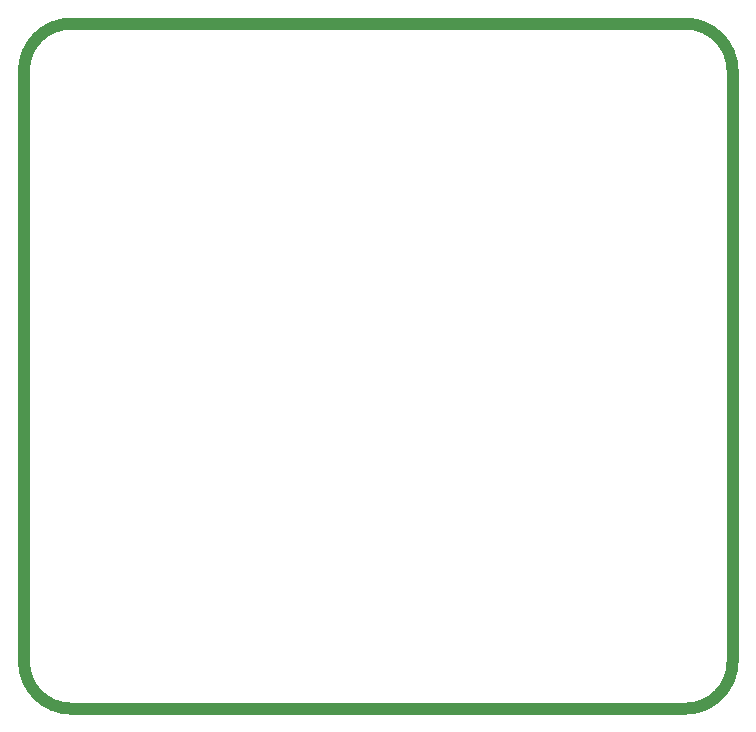
<source format=gbr>
%TF.GenerationSoftware,KiCad,Pcbnew,(5.1.8)-1*%
%TF.CreationDate,2020-11-24T12:22:43+05:30*%
%TF.ProjectId,stm32f405_breakout,73746d33-3266-4343-9035-5f627265616b,rev?*%
%TF.SameCoordinates,Original*%
%TF.FileFunction,Profile,NP*%
%FSLAX46Y46*%
G04 Gerber Fmt 4.6, Leading zero omitted, Abs format (unit mm)*
G04 Created by KiCad (PCBNEW (5.1.8)-1) date 2020-11-24 12:22:43*
%MOMM*%
%LPD*%
G01*
G04 APERTURE LIST*
%TA.AperFunction,Profile*%
%ADD10C,1.000000*%
%TD*%
G04 APERTURE END LIST*
D10*
X151653700Y-121097600D02*
G75*
G02*
X147653700Y-125097600I-4000000J0D01*
G01*
X95653700Y-125097600D02*
G75*
G02*
X91653700Y-121097600I0J4000000D01*
G01*
X91653700Y-71097600D02*
G75*
G02*
X95653700Y-67097600I4000000J0D01*
G01*
X147653700Y-67097600D02*
G75*
G02*
X151653700Y-71097600I0J-4000000D01*
G01*
X91653700Y-121097600D02*
X91653700Y-71097600D01*
X147653700Y-125097600D02*
X95653700Y-125097600D01*
X151653700Y-71097600D02*
X151653700Y-121097600D01*
X95653700Y-67097600D02*
X147653700Y-67097600D01*
M02*

</source>
